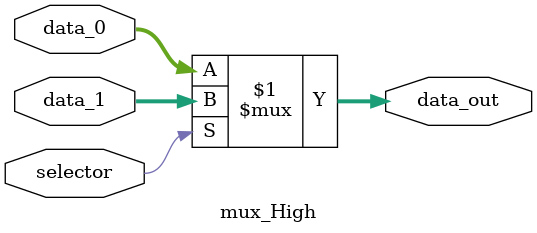
<source format=v>
module mux_High(

    input  wire        selector,
    input  wire [31:0] data_0,
    input  wire [31:0] data_1,
    output wire [31:0] data_out

);

assign data_out = (selector) ? data_1 : data_0;

endmodule
</source>
